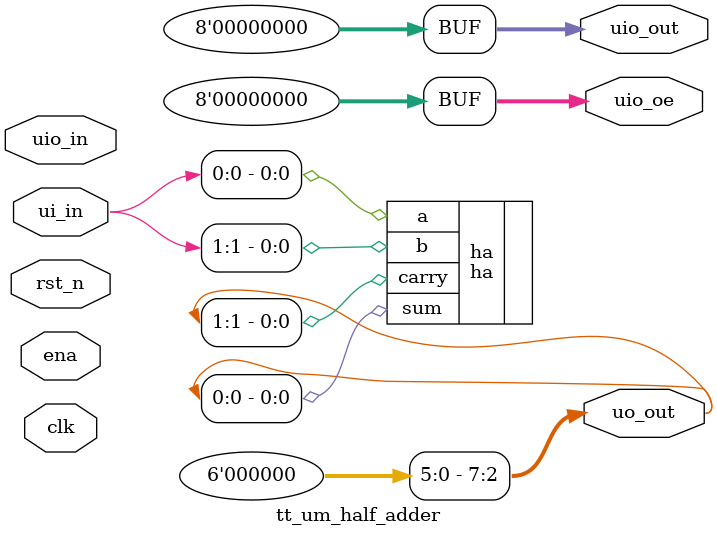
<source format=v>
`default_nettype none

module tt_um_half_adder #( parameter MAX_COUNT = 24'd10_000_000 ) (
    input  wire [7:0] ui_in,    // Dedicated inputs - connected to the input switches
    output wire [7:0] uo_out,   // Dedicated outputs - connected to the 7 segment display
    input  wire [7:0] uio_in,   // IOs: Bidirectional Input path
    output wire [7:0] uio_out,  // IOs: Bidirectional Output path
    output wire [7:0] uio_oe,   // IOs: Bidirectional Enable path (active high: 0=input, 1=output)
    input  wire       ena,      // will go high when the design is enabled
    input  wire       clk,      // clock
    input  wire       rst_n     // reset_n - low to reset
);

   assign uio_out=8'h00;
    assign uio_oe=8'h00;
    assign uo_out[7:2]=4'b0000;
    ha ha (.a(ui_in[0]),
           .b(ui_in[1]),
           .sum(uo_out[0]),
           .carry(uo_out[1]),
          );
endmodule

</source>
